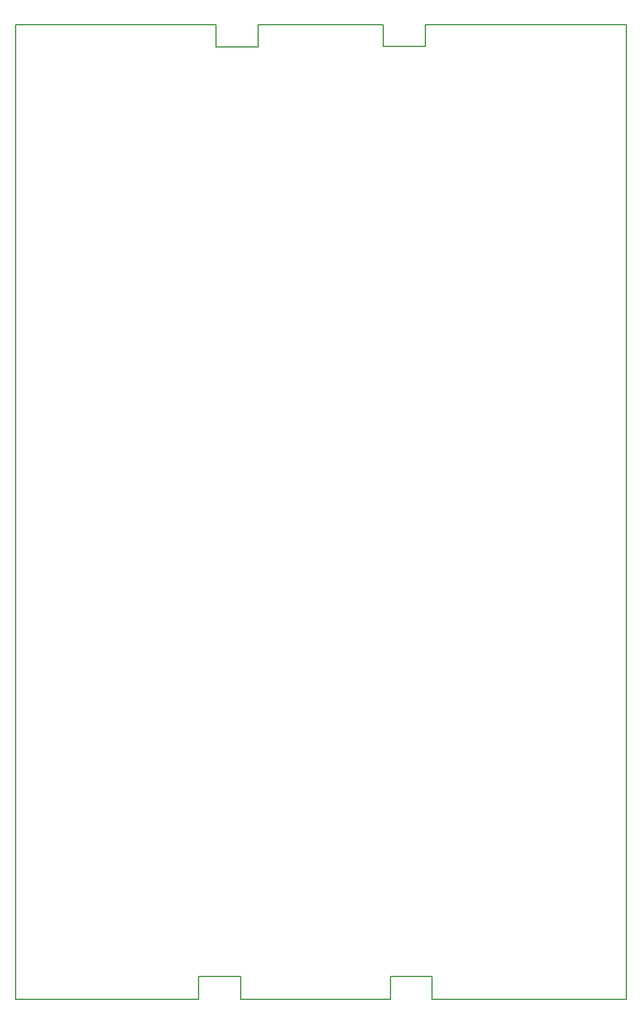
<source format=gbr>
G04 #@! TF.FileFunction,Profile,NP*
%FSLAX46Y46*%
G04 Gerber Fmt 4.6, Leading zero omitted, Abs format (unit mm)*
G04 Created by KiCad (PCBNEW 4.0.7-e2-6376~58~ubuntu16.04.1) date Tue Nov 13 23:08:23 2018*
%MOMM*%
%LPD*%
G01*
G04 APERTURE LIST*
%ADD10C,0.100000*%
%ADD11C,0.150000*%
G04 APERTURE END LIST*
D10*
D11*
X122900000Y-30300000D02*
X151200000Y-30300000D01*
X122900000Y-33300000D02*
X122900000Y-30300000D01*
X117000000Y-33300000D02*
X122900000Y-33300000D01*
X117000000Y-30300000D02*
X117000000Y-33300000D01*
X99400000Y-30300000D02*
X117000000Y-30300000D01*
X99400000Y-33400000D02*
X99400000Y-30300000D01*
X93500000Y-33400000D02*
X99400000Y-33400000D01*
X93500000Y-30300000D02*
X93500000Y-33400000D01*
X65300000Y-30300000D02*
X93500000Y-30300000D01*
X123900000Y-167300000D02*
X151200000Y-167300000D01*
X123900000Y-164100000D02*
X123900000Y-167300000D01*
X118000000Y-164100000D02*
X123900000Y-164100000D01*
X118000000Y-167300000D02*
X118000000Y-164100000D01*
X96900000Y-167300000D02*
X118000000Y-167300000D01*
X96900000Y-164100000D02*
X96900000Y-167300000D01*
X91000000Y-164100000D02*
X96900000Y-164100000D01*
X91000000Y-167300000D02*
X91000000Y-164100000D01*
X65300000Y-167300000D02*
X91000000Y-167300000D01*
X65300000Y-30300000D02*
X65300000Y-167300000D01*
X151200000Y-167300000D02*
X151200000Y-30300000D01*
M02*

</source>
